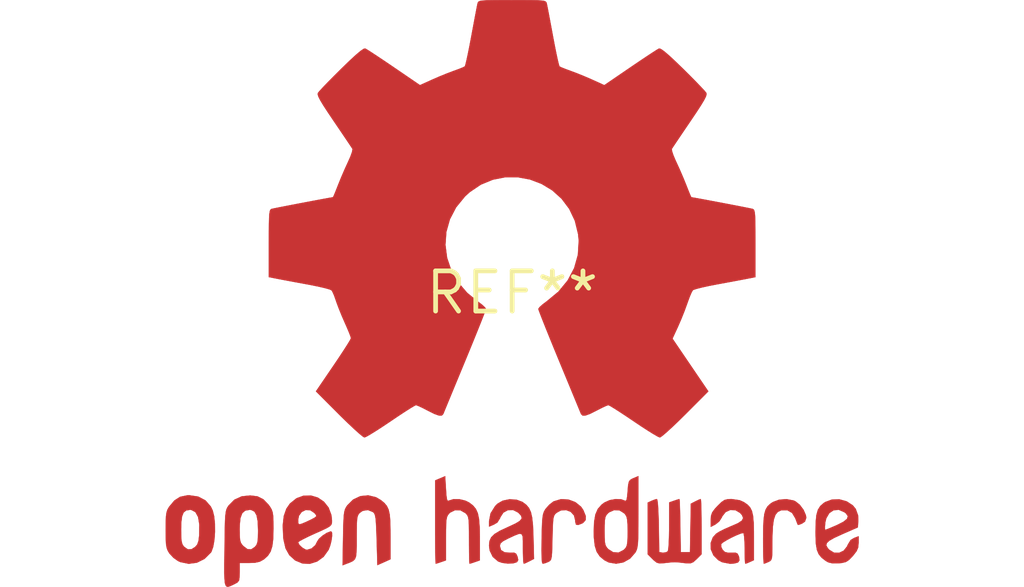
<source format=kicad_pcb>
(kicad_pcb (version 20240108) (generator pcbnew)
  (layers (0 "F.Cu" signal) (31 "B.Cu" signal) (34 "B.Paste" user) (35 "F.Paste" user) (36 "B.SilkS" user "B.Silkscreen") (37 "F.SilkS" user "F.Silkscreen") (38 "B.Mask" user) (39 "F.Mask" user) (44 "Edge.Cuts" user))
  (net 0 "")
  (footprint "OSHW-Logo2_24.3x20mm_Copper" (layer "F.Cu") (at 0 0)
    (property "Reference" "REF**")
    (property "Value" "OSHW-Logo2_24.3x20mm_Copper")
    (fp_poly (pts (xy 8.892816 6.566697) (xy 8.950976 6.592116) (xy 9.089795 6.702059) (xy 9.208505 6.86103) (xy 9.281921 7.030677) (xy 9.29387 7.114313) (xy 9.253809 7.231078) (xy 9.165935 7.292862) (xy 9.071718 7.330273) (xy 9.028577 7.337167) (xy 9.007571 7.287138) (xy 8.96609 7.178269) (xy 8.947892 7.129076) (xy 8.845848 6.958913) (xy 8.698103 6.874038) (xy 8.508655 6.876648) (xy 8.494623 6.879991) (xy 8.393481 6.927945) (xy 8.319124 7.021432) (xy 8.268338 7.171939) (xy 8.237908 7.390951) (xy 8.224618 7.689956) (xy 8.223372 7.849056) (xy 8.222754 8.099855) (xy 8.218705 8.270825) (xy 8.207933 8.379454) (xy 8.187147 8.44323) (xy 8.153055 8.479643) (xy 8.102365 8.506179) (xy 8.099435 8.507515) (xy 8.001818 8.548787) (xy 7.953458 8.563985) (xy 7.946027 8.518037) (xy 7.939666 8.391034) (xy 7.934832 8.199235) (xy 7.931985 7.958902) (xy 7.931418 7.783024) (xy 7.934313 7.442688) (xy 7.945637 7.184495) (xy 7.969346 6.993374) (xy 8.009397 6.854253) (xy 8.069747 6.75206) (xy 8.154353 6.671724) (xy 8.237899 6.615655) (xy 8.438791 6.541032) (xy 8.672596 6.524202) (xy 8.892816 6.566697)) (layer "F.Cu") (stroke (width 0.01)) (fill solid))
    (fp_poly (pts (xy -4.304284 6.462865) (xy -4.148128 6.55319) (xy -4.039559 6.642845) (xy -3.960155 6.736776) (xy -3.905454 6.851646) (xy -3.87099 7.004114) (xy -3.852299 7.210844) (xy -3.844919 7.488496) (xy -3.844061 7.688086) (xy -3.844061 8.422766) (xy -4.050862 8.515472) (xy -4.257662 8.608179) (xy -4.281992 7.803492) (xy -4.292045 7.502966) (xy -4.302591 7.284835) (xy -4.315657 7.134186) (xy -4.333271 7.036107) (xy -4.357461 6.975688) (xy -4.390254 6.938016) (xy -4.400775 6.929862) (xy -4.560187 6.866178) (xy -4.721321 6.891378) (xy -4.817241 6.958238) (xy -4.856259 7.005616) (xy -4.883267 7.067787) (xy -4.900432 7.162039) (xy -4.909918 7.305657) (xy -4.913893 7.515931) (xy -4.914559 7.73507) (xy -4.91469 8.009999) (xy -4.919397 8.204602) (xy -4.935154 8.335851) (xy -4.968433 8.420718) (xy -5.025707 8.476177) (xy -5.113447 8.519201) (xy -5.230638 8.563907) (xy -5.358632 8.612571) (xy -5.343396 7.74891) (xy -5.337261 7.437565) (xy -5.330082 7.207483) (xy -5.319795 7.042614) (xy -5.30433 6.926909) (xy -5.281621 6.844316) (xy -5.249601 6.778788) (xy -5.210997 6.720974) (xy -5.024747 6.536283) (xy -4.797479 6.429481) (xy -4.550291 6.403898) (xy -4.304284 6.462865)) (layer "F.Cu") (stroke (width 0.01)) (fill solid))
    (fp_poly (pts (xy 1.776572 6.536534) (xy 1.997609 6.618099) (xy 2.176683 6.762366) (xy 2.24672 6.86392) (xy 2.323071 7.050268) (xy 2.321485 7.18501) (xy 2.241347 7.275631) (xy 2.211696 7.29104) (xy 2.083674 7.339084) (xy 2.018294 7.326776) (xy 1.996148 7.246098) (xy 1.99502 7.201533) (xy 1.954477 7.037581) (xy 1.848802 6.922891) (xy 1.701924 6.867497) (xy 1.537773 6.881435) (xy 1.404337 6.953827) (xy 1.359269 6.99512) (xy 1.327323 7.045216) (xy 1.305744 7.120942) (xy 1.291773 7.239128) (xy 1.282655 7.4166) (xy 1.275631 7.670186) (xy 1.273812 7.750479) (xy 1.267178 8.025158) (xy 1.259636 8.218481) (xy 1.248325 8.346388) (xy 1.230385 8.424822) (xy 1.202955 8.469725) (xy 1.163177 8.497038) (xy 1.13771 8.509105) (xy 1.029556 8.550367) (xy 0.96589 8.563985) (xy 0.944854 8.518505) (xy 0.932013 8.381006) (xy 0.9273 8.149902) (xy 0.930644 7.823604) (xy 0.931686 7.773276) (xy 0.939035 7.475581) (xy 0.947726 7.258205) (xy 0.960092 7.104153) (xy 0.97847 6.99643) (xy 1.005195 6.918042) (xy 1.042602 6.851994) (xy 1.06217 6.823691) (xy 1.174366 6.698467) (xy 1.29985 6.601063) (xy 1.315213 6.592561) (xy 1.540223 6.525433) (xy 1.776572 6.536534)) (layer "F.Cu") (stroke (width 0.01)) (fill solid))
    (fp_poly (pts (xy -2.092337 6.206429) (xy -2.078077 6.405313) (xy -2.061698 6.522511) (xy -2.039002 6.573632) (xy -2.005788 6.574286) (xy -1.995019 6.568183) (xy -1.851767 6.523997) (xy -1.665425 6.526577) (xy -1.475976 6.571999) (xy -1.357483 6.630759) (xy -1.235991 6.724631) (xy -1.147177 6.830865) (xy -1.086208 6.96585) (xy -1.04825 7.145976) (xy -1.028468 7.387633) (xy -1.02203 7.707211) (xy -1.021914 7.768516) (xy -1.021839 8.457147) (xy -1.175077 8.510566) (xy -1.283913 8.546908) (xy -1.343626 8.563828) (xy -1.345383 8.563985) (xy -1.351264 8.5181) (xy -1.356268 8.391539) (xy -1.360016 8.200941) (xy -1.362127 7.962948) (xy -1.362452 7.818252) (xy -1.363129 7.532955) (xy -1.366614 7.32848) (xy -1.375088 7.188334) (xy -1.390734 7.096023) (xy -1.415731 7.035053) (xy -1.452262 6.988931) (xy -1.475071 6.96672) (xy -1.631751 6.877214) (xy -1.802726 6.870511) (xy -1.95785 6.946208) (xy -1.986537 6.973539) (xy -2.028613 7.024929) (xy -2.057799 7.085886) (xy -2.076429 7.174025) (xy -2.086839 7.306961) (xy -2.091363 7.502309) (xy -2.092337 7.771652) (xy -2.092337 8.457147) (xy -2.245575 8.510566) (xy -2.354411 8.546908) (xy -2.414124 8.563828) (xy -2.415881 8.563985) (xy -2.420375 8.517414) (xy -2.424425 8.386051) (xy -2.42787 8.182422) (xy -2.430547 7.919054) (xy -2.432294 7.608471) (xy -2.432949 7.263201) (xy -2.43295 7.247843) (xy -2.43295 5.931701) (xy -2.116666 5.798289) (xy -2.092337 6.206429)) (layer "F.Cu") (stroke (width 0.01)) (fill solid))
    (fp_poly (pts (xy 5.966873 6.5664) (xy 5.974299 6.694422) (xy 5.980118 6.888985) (xy 5.983859 7.134702) (xy 5.985058 7.392426) (xy 5.985058 8.264545) (xy 5.831075 8.418528) (xy 5.724963 8.513412) (xy 5.631816 8.551845) (xy 5.504504 8.549413) (xy 5.453968 8.543223) (xy 5.296017 8.52521) (xy 5.165371 8.514888) (xy 5.133525 8.513935) (xy 5.026166 8.520171) (xy 4.872619 8.535824) (xy 4.813083 8.543223) (xy 4.666857 8.554668) (xy 4.568589 8.529808) (xy 4.47115 8.453058) (xy 4.435976 8.418528) (xy 4.281993 8.264545) (xy 4.281993 6.633246) (xy 4.40593 6.576776) (xy 4.51265 6.53495) (xy 4.575087 6.520307) (xy 4.591096 6.566583) (xy 4.606058 6.695884) (xy 4.618978 6.893914) (xy 4.628857 7.14638) (xy 4.633622 7.359675) (xy 4.646935 8.199042) (xy 4.76308 8.215464) (xy 4.868716 8.203982) (xy 4.920477 8.166805) (xy 4.934945 8.097298) (xy 4.947298 7.94924) (xy 4.956552 7.741391) (xy 4.961728 7.492512) (xy 4.962474 7.364435) (xy 4.963219 6.627145) (xy 5.116457 6.573726) (xy 5.224916 6.537406) (xy 5.283913 6.520468) (xy 5.285614 6.520307) (xy 5.291533 6.566349) (xy 5.298039 6.694018) (xy 5.304586 6.887632) (xy 5.310627 7.131507) (xy 5.314848 7.359675) (xy 5.328161 8.199042) (xy 5.620115 8.199042) (xy 5.633513 7.433275) (xy 5.64691 6.667508) (xy 5.789238 6.593908) (xy 5.894322 6.543366) (xy 5.956517 6.520431) (xy 5.958312 6.520307) (xy 5.966873 6.5664)) (layer "F.Cu") (stroke (width 0.01)) (fill solid))
    (fp_poly (pts (xy -9.919632 6.443358) (xy -9.691564 6.56328) (xy -9.523248 6.756278) (xy -9.463459 6.880355) (xy -9.416934 7.066653) (xy -9.393118 7.302045) (xy -9.39086 7.558952) (xy -9.409008 7.809799) (xy -9.446411 8.027009) (xy -9.501916 8.183005) (xy -9.518975 8.209871) (xy -9.72103 8.410415) (xy -9.961022 8.530529) (xy -10.221434 8.56568) (xy -10.484753 8.511337) (xy -10.558033 8.478756) (xy -10.700739 8.378353) (xy -10.825986 8.245225) (xy -10.837823 8.228341) (xy -10.885935 8.146969) (xy -10.917738 8.059984) (xy -10.936526 7.945475) (xy -10.945592 7.78153) (xy -10.948229 7.54624) (xy -10.948275 7.493487) (xy -10.948154 7.476699) (xy -10.461685 7.476699) (xy -10.458854 7.698761) (xy -10.447712 7.846123) (xy -10.424291 7.941308) (xy -10.384619 8.006837) (xy -10.364367 8.028736) (xy -10.24794 8.111953) (xy -10.134902 8.108158) (xy -10.020609 8.035973) (xy -9.952441 7.958911) (xy -9.91207 7.846429) (xy -9.889398 7.669055) (xy -9.887843 7.648367) (xy -9.883973 7.326911) (xy -9.924417 7.088167) (xy -10.008626 6.9336) (xy -10.136053 6.864678) (xy -10.18154 6.86092) (xy -10.300981 6.879821) (xy -10.382683 6.945306) (xy -10.432637 7.070544) (xy -10.456834 7.268704) (xy -10.461685 7.476699) (xy -10.948154 7.476699) (xy -10.946463 7.242765) (xy -10.938853 7.067582) (xy -10.922186 6.946191) (xy -10.893201 6.856847) (xy -10.84864 6.777803) (xy -10.838793 6.763107) (xy -10.67328 6.565011) (xy -10.49293 6.450014) (xy -10.273365 6.404365) (xy -10.198805 6.402135) (xy -9.919632 6.443358)) (layer "F.Cu") (stroke (width 0.01)) (fill solid))
    (fp_poly (pts (xy 10.572399 6.594233) (xy 10.764917 6.720057) (xy 10.857774 6.832696) (xy 10.93134 7.037092) (xy 10.937183 7.19883) (xy 10.923947 7.415094) (xy 10.425192 7.633398) (xy 10.182685 7.74493) (xy 10.024229 7.83465) (xy 9.941836 7.912361) (xy 9.927518 7.987867) (xy 9.973287 8.070971) (xy 10.023755 8.126054) (xy 10.170605 8.214389) (xy 10.330328 8.220579) (xy 10.47702 8.151735) (xy 10.584781 8.014972) (xy 10.604055 7.96668) (xy 10.696376 7.815848) (xy 10.802588 7.751567) (xy 10.948276 7.696576) (xy 10.948276 7.905057) (xy 10.935396 8.046926) (xy 10.884943 8.166563) (xy 10.779197 8.303927) (xy 10.76348 8.321777) (xy 10.645855 8.443986) (xy 10.544746 8.50957) (xy 10.41825 8.539742) (xy 10.313384 8.549623) (xy 10.125811 8.552085) (xy 9.992284 8.520892) (xy 9.908983 8.474579) (xy 9.778063 8.372735) (xy 9.687439 8.262591) (xy 9.630087 8.124069) (xy 9.59898 7.93709) (xy 9.587094 7.681577) (xy 9.586145 7.551894) (xy 9.589371 7.396421) (xy 9.883166 7.396421) (xy 9.886573 7.479827) (xy 9.895066 7.493487) (xy 9.95111 7.474931) (xy 10.071718 7.425822) (xy 10.232913 7.356002) (xy 10.266622 7.340995) (xy 10.470339 7.237404) (xy 10.582579 7.146359) (xy 10.607247 7.061081) (xy 10.548245 6.974794) (xy 10.499518 6.936667) (xy 10.323694 6.860417) (xy 10.159127 6.873014) (xy 10.021354 6.966086) (xy 9.925913 7.131256) (xy 9.895314 7.262357) (xy 9.883166 7.396421) (xy 9.589371 7.396421) (xy 9.592432 7.248919) (xy 9.615599 7.024756) (xy 9.66149 6.861526) (xy 9.735954 6.741352) (xy 9.844836 6.646355) (xy 9.892305 6.615655) (xy 10.107938 6.535703) (xy 10.344021 6.530672) (xy 10.572399 6.594233)) (layer "F.Cu") (stroke (width 0.01)) (fill solid))
    (fp_poly (pts (xy 3.989857 6.924093) (xy 3.989239 7.287769) (xy 3.986847 7.567532) (xy 3.981671 7.776784) (xy 3.972704 7.928926) (xy 3.958936 8.037359) (xy 3.939361 8.115485) (xy 3.912968 8.176707) (xy 3.892984 8.211652) (xy 3.727483 8.401157) (xy 3.517648 8.519942) (xy 3.285486 8.562564) (xy 3.053008 8.523583) (xy 2.914572 8.453532) (xy 2.769242 8.332353) (xy 2.670195 8.184354) (xy 2.610435 7.990534) (xy 2.582969 7.731892) (xy 2.579079 7.542146) (xy 2.579603 7.52851) (xy 2.919541 7.52851) (xy 2.921617 7.746096) (xy 2.93113 7.890134) (xy 2.953008 7.984364) (xy 2.992176 8.052523) (xy 3.038976 8.103936) (xy 3.196146 8.203175) (xy 3.3649 8.211653) (xy 3.524393 8.128799) (xy 3.536807 8.117572) (xy 3.589791 8.059171) (xy 3.623014 7.989686) (xy 3.641 7.88627) (xy 3.648275 7.726073) (xy 3.649426 7.548965) (xy 3.646932 7.326467) (xy 3.636608 7.178037) (xy 3.614191 7.080489) (xy 3.575418 7.010637) (xy 3.543626 6.973539) (xy 3.395939 6.879975) (xy 3.225846 6.868725) (xy 3.063492 6.94019) (xy 3.03216 6.96672) (xy 2.978822 7.025636) (xy 2.945531 7.095837) (xy 2.927656 7.200418) (xy 2.920566 7.362479) (xy 2.919541 7.52851) (xy 2.579603 7.52851) (xy 2.59084 7.236579) (xy 2.630787 7.006993) (xy 2.705913 6.834387) (xy 2.823214 6.69976) (xy 2.914572 6.630759) (xy 3.080627 6.556214) (xy 3.273092 6.521613) (xy 3.451999 6.530875) (xy 3.552108 6.568238) (xy 3.591393 6.578872) (xy 3.617461 6.539225) (xy 3.635658 6.432981) (xy 3.649426 6.271145) (xy 3.664499 6.090902) (xy 3.685436 5.982458) (xy 3.723532 5.920446) (xy 3.790085 5.879499) (xy 3.831897 5.861366) (xy 3.990039 5.79512) (xy 3.989857 6.924093)) (layer "F.Cu") (stroke (width 0.01)) (fill solid))
    (fp_poly (pts (xy -6.140747 6.474461) (xy -5.948903 6.603519) (xy -5.800648 6.789915) (xy -5.712084 7.027109) (xy -5.694172 7.201691) (xy -5.696206 7.274544) (xy -5.71324 7.330324) (xy -5.760064 7.380298) (xy -5.851473 7.435733) (xy -6.002258 7.507896) (xy -6.227213 7.608055) (xy -6.228352 7.608558) (xy -6.435415 7.703396) (xy -6.605212 7.787609) (xy -6.720388 7.852133) (xy -6.76359 7.8879) (xy -6.763601 7.888188) (xy -6.725525 7.966074) (xy -6.636484 8.051924) (xy -6.534263 8.113769) (xy -6.482474 8.126054) (xy -6.341184 8.083564) (xy -6.219512 7.977152) (xy -6.160145 7.860156) (xy -6.103033 7.773905) (xy -5.991161 7.675681) (xy -5.859654 7.590827) (xy -5.743632 7.544681) (xy -5.719371 7.542146) (xy -5.692062 7.583868) (xy -5.690416 7.690519) (xy -5.710486 7.834321) (xy -5.748322 7.987501) (xy -5.799977 8.122283) (xy -5.802586 8.127516) (xy -5.958031 8.344557) (xy -6.159493 8.492185) (xy -6.388288 8.564644) (xy -6.625733 8.556177) (xy -6.853146 8.461027) (xy -6.863257 8.454337) (xy -7.04215 8.292211) (xy -7.15978 8.080682) (xy -7.224877 7.802543) (xy -7.233613 7.724398) (xy -7.249086 7.355549) (xy -7.230537 7.183541) (xy -6.763601 7.183541) (xy -6.757534 7.290838) (xy -6.724351 7.322152) (xy -6.641623 7.298725) (xy -6.511221 7.243348) (xy -6.365457 7.173932) (xy -6.361834 7.172094) (xy -6.238283 7.107108) (xy -6.188697 7.06374) (xy -6.200925 7.018275) (xy -6.252412 6.958536) (xy -6.383399 6.872085) (xy -6.524462 6.865733) (xy -6.650995 6.928649) (xy -6.738392 7.050003) (xy -6.763601 7.183541) (xy -7.230537 7.183541) (xy -7.21726 7.060435) (xy -7.135609 6.826382) (xy -7.021939 6.662413) (xy -6.816775 6.496716) (xy -6.590786 6.414519) (xy -6.360075 6.409281) (xy -6.140747 6.474461)) (layer "F.Cu") (stroke (width 0.01)) (fill solid))
    (fp_poly (pts (xy 0.133241 6.540601) (xy 0.323905 6.611403) (xy 0.326086 6.612764) (xy 0.444006 6.69955) (xy 0.53106 6.800973) (xy 0.592286 6.933145) (xy 0.632723 7.112182) (xy 0.657409 7.354195) (xy 0.671382 7.675299) (xy 0.672607 7.721048) (xy 0.6902 8.410869) (xy 0.542152 8.487427) (xy 0.43503 8.539163) (xy 0.370351 8.563678) (xy 0.367359 8.563985) (xy 0.356166 8.518751) (xy 0.347275 8.396736) (xy 0.341806 8.218468) (xy 0.340613 8.074116) (xy 0.340586 7.840271) (xy 0.329896 7.693419) (xy 0.292633 7.623376) (xy 0.212888 7.619958) (xy 0.074749 7.672983) (xy -0.133812 7.770454) (xy -0.287171 7.851409) (xy -0.366048 7.921644) (xy -0.389236 7.998194) (xy -0.389272 8.001982) (xy -0.351007 8.133852) (xy -0.237717 8.205091) (xy -0.064336 8.21541) (xy 0.06055 8.21362) (xy 0.126399 8.249589) (xy 0.167464 8.335985) (xy 0.191099 8.446054) (xy 0.157039 8.508508) (xy 0.144214 8.517446) (xy 0.023472 8.553343) (xy -0.145612 8.558426) (xy -0.319739 8.534631) (xy -0.443124 8.491147) (xy -0.613713 8.346309) (xy -0.710681 8.144694) (xy -0.729885 7.98718) (xy -0.71523 7.845104) (xy -0.662199 7.729127) (xy -0.557194 7.626121) (xy -0.386614 7.522954) (xy -0.136862 7.406496) (xy -0.121647 7.399914) (xy 0.103329 7.295981) (xy 0.242157 7.210743) (xy 0.301662 7.134147) (xy 0.288672 7.056139) (xy 0.210012 6.966664) (xy 0.18649 6.946073) (xy 0.028933 6.866236) (xy -0.134323 6.869597) (xy -0.276505 6.947874) (xy -0.37084 7.092781) (xy -0.379605 7.121224) (xy -0.464962 7.259174) (xy -0.573271 7.32562) (xy -0.729885 7.391471) (xy -0.729885 7.221097) (xy -0.682244 6.973454) (xy -0.540841 6.746307) (xy -0.467258 6.670318) (xy -0.299991 6.57279) (xy -0.087274 6.52864) (xy 0.133241 6.540601)) (layer "F.Cu") (stroke (width 0.01)) (fill solid))
    (fp_poly (pts (xy -8.046834 6.436506) (xy -7.860916 6.529204) (xy -7.69682 6.699885) (xy -7.651628 6.763107) (xy -7.602396 6.845834) (xy -7.570453 6.935687) (xy -7.552178 7.055608) (xy -7.543952 7.228537) (xy -7.542145 7.456835) (xy -7.550303 7.769693) (xy -7.578659 8.004598) (xy -7.633038 8.179847) (xy -7.719263 8.313738) (xy -7.843159 8.424569) (xy -7.852263 8.431131) (xy -7.974366 8.498256) (xy -8.1214 8.531467) (xy -8.308396 8.539655) (xy -8.612387 8.539655) (xy -8.612515 8.834762) (xy -8.615344 8.999117) (xy -8.632582 9.095523) (xy -8.67763 9.153343) (xy -8.763886 9.201941) (xy -8.784601 9.211869) (xy -8.881538 9.258398) (xy -8.956593 9.287786) (xy -9.012402 9.290324) (xy -9.051603 9.256302) (xy -9.076832 9.176012) (xy -9.090728 9.039743) (xy -9.095927 8.837787) (xy -9.095066 8.560434) (xy -9.090784 8.197976) (xy -9.089447 8.08956) (xy -9.084629 7.715837) (xy -9.080313 7.471369) (xy -8.612643 7.471369) (xy -8.610015 7.678877) (xy -8.598333 7.814645) (xy -8.571903 7.904192) (xy -8.525031 7.973039) (xy -8.493207 8.006618) (xy -8.363108 8.104869) (xy -8.247921 8.112866) (xy -8.129066 8.03173) (xy -8.126053 8.028736) (xy -8.077695 7.96603) (xy -8.048278 7.880808) (xy -8.03344 7.749564) (xy -8.028819 7.548793) (xy -8.028735 7.504314) (xy -8.039902 7.227639) (xy -8.076253 7.035842) (xy -8.142059 6.918757) (xy -8.241593 6.866215) (xy -8.299119 6.86092) (xy -8.435649 6.885767) (xy -8.529298 6.967581) (xy -8.58567 7.11727) (xy -8.610367 7.345743) (xy -8.612643 7.471369) (xy -9.080313 7.471369) (xy -9.079522 7.426587) (xy -9.072922 7.20897) (xy -9.063623 7.050146) (xy -9.050423 6.937274) (xy -9.032115 6.857513) (xy -9.007497 6.798023) (xy -8.975363 6.745963) (xy -8.961585 6.726373) (xy -8.778812 6.541328) (xy -8.547724 6.436412) (xy -8.28041 6.407163) (xy -8.046834 6.436506)) (layer "F.Cu") (stroke (width 0.01)) (fill solid))
    (fp_poly (pts (xy 7.190678 6.558594) (xy 7.330782 6.622323) (xy 7.44075 6.699543) (xy 7.521324 6.785887) (xy 7.576954 6.897272) (xy 7.612089 7.049616) (xy 7.631179 7.258835) (xy 7.638672 7.540846) (xy 7.639464 7.726555) (xy 7.639464 8.451046) (xy 7.515527 8.507515) (xy 7.41791 8.548787) (xy 7.36955 8.563985) (xy 7.360298 8.518762) (xy 7.352958 8.396824) (xy 7.348464 8.218772) (xy 7.34751 8.077395) (xy 7.34341 7.873146) (xy 7.332354 7.711113) (xy 7.316211 7.611891) (xy 7.303387 7.590805) (xy 7.217186 7.612338) (xy 7.081862 7.667566) (xy 6.92517 7.742436) (xy 6.774863 7.822892) (xy 6.658693 7.89488) (xy 6.604413 7.944346) (xy 6.604198 7.944881) (xy 6.608867 8.036428) (xy 6.650732 8.12382) (xy 6.724235 8.194802) (xy 6.831516 8.218543) (xy 6.923202 8.215777) (xy 7.053058 8.213741) (xy 7.121221 8.244164) (xy 7.162159 8.324543) (xy 7.167321 8.3397) (xy 7.185067 8.454331) (xy 7.137609 8.523934) (xy 7.013907 8.557105) (xy 6.880281 8.56324) (xy 6.639817 8.517763) (xy 6.515338 8.452817) (xy 6.361605 8.300246) (xy 6.280073 8.112971) (xy 6.272756 7.915085) (xy 6.341669 7.730685) (xy 6.445328 7.615134) (xy 6.548823 7.550442) (xy 6.711492 7.468542) (xy 6.901054 7.385486) (xy 6.93265 7.372795) (xy 7.140869 7.280908) (xy 7.260898 7.199923) (xy 7.299501 7.119413) (xy 7.26344 7.02895) (xy 7.201533 6.958238) (xy 7.055213 6.87117) (xy 6.894217 6.86464) (xy 6.746573 6.931735) (xy 6.64031 7.065544) (xy 6.626362 7.100067) (xy 6.54516 7.227042) (xy 6.426608 7.321309) (xy 6.277012 7.398668) (xy 6.277012 7.179307) (xy 6.285817 7.04528) (xy 6.32357 6.939644) (xy 6.407279 6.826939) (xy 6.487636 6.740127) (xy 6.612591 6.617204) (xy 6.709677 6.551171) (xy 6.813954 6.524684) (xy 6.931989 6.520307) (xy 7.190678 6.558594)) (layer "F.Cu") (stroke (width 0.01)) (fill solid))
    (fp_poly (pts (xy 0.348357 -9.245003) (xy 0.611677 -9.243561) (xy 0.802246 -9.239658) (xy 0.932345 -9.232063) (xy 1.014257 -9.21955) (xy 1.060266 -9.200889) (xy 1.082653 -9.174852) (xy 1.093702 -9.140212) (xy 1.094776 -9.135728) (xy 1.111559 -9.054811) (xy 1.142625 -8.895158) (xy 1.184742 -8.673762) (xy 1.234679 -8.407615) (xy 1.289203 -8.11371) (xy 1.291107 -8.103388) (xy 1.345723 -7.815364) (xy 1.396822 -7.560885) (xy 1.441106 -7.355215) (xy 1.475279 -7.213615) (xy 1.496043 -7.15135) (xy 1.497033 -7.150247) (xy 1.558199 -7.119841) (xy 1.68431 -7.069172) (xy 1.848131 -7.009178) (xy 1.849043 -7.008858) (xy 2.055388 -6.931296) (xy 2.29866 -6.832493) (xy 2.527969 -6.733152) (xy 2.538822 -6.72824) (xy 2.912317 -6.558724) (xy 3.739365 -7.123505) (xy 3.993077 -7.29568) (xy 4.222902 -7.449605) (xy 4.415525 -7.576526) (xy 4.557632 -7.667691) (xy 4.635907 -7.714345) (xy 4.64334 -7.717805) (xy 4.700224 -7.7024) (xy 4.806469 -7.628073) (xy 4.966219 -7.491319) (xy 5.183616 -7.288632) (xy 5.405548 -7.072992) (xy 5.619491 -6.860497) (xy 5.810969 -6.66659) (xy 5.968455 -6.503246) (xy 6.080422 -6.382439) (xy 6.135343 -6.316145) (xy 6.137386 -6.312732) (xy 6.143458 -6.267239) (xy 6.120584 -6.192944) (xy 6.063115 -6.079814) (xy 5.965399 -5.917815) (xy 5.821784 -5.696914) (xy 5.630333 -5.41254) (xy 5.460423 -5.162241) (xy 5.308538 -4.93775) (xy 5.183455 -4.7521) (xy 5.093949 -4.618325) (xy 5.0488 -4.549458) (xy 5.045958 -4.544782) (xy 5.05147 -4.478799) (xy 5.093255 -4.350552) (xy 5.162997 -4.18428) (xy 5.187854 -4.131181) (xy 5.296311 -3.894623) (xy 5.41202 -3.626211) (xy 5.506015 -3.393965) (xy 5.573745 -3.221593) (xy 5.627543 -3.090597) (xy 5.658631 -3.022133) (xy 5.662496 -3.016858) (xy 5.719671 -3.00812) (xy 5.854448 -2.984177) (xy 6.048906 -2.948438) (xy 6.285125 -2.904311) (xy 6.545184 -2.855205) (xy 6.811163 -2.804528) (xy 7.065143 -2.755687) (xy 7.289201 -2.712091) (xy 7.46542 -2.677149) (xy 7.575877 -2.654268) (xy 7.60297 -2.647799) (xy 7.630956 -2.631833) (xy 7.652081 -2.595773) (xy 7.667297 -2.527448) (xy 7.677553 -2.414685) (xy 7.6838 -2.245314) (xy 7.686988 -2.007162) (xy 7.688067 -1.688058) (xy 7.688123 -1.557259) (xy 7.688123 -0.493489) (xy 7.432663 -0.443067) (xy 7.290537 -0.415727) (xy 7.07845 -0.375818) (xy 6.822193 -0.328155) (xy 6.547558 -0.277554) (xy 6.471648 -0.263656) (xy 6.218221 -0.214383) (xy 5.997447 -0.16593) (xy 5.827857 -0.122785) (xy 5.72798 -0.089437) (xy 5.711343 -0.079498) (xy 5.670489 -0.009109) (xy 5.611913 0.127283) (xy 5.546955 0.302805) (xy 5.534071 0.340613) (xy 5.448934 0.57503) (xy 5.343256 0.839524) (xy 5.23984 1.077041) (xy 5.23933 1.078144) (xy 5.067112 1.450733) (xy 5.633524 2.283893) (xy 6.199935 3.117053) (xy 5.472702 3.8455) (xy 5.252748 4.062302) (xy 5.052132 4.253414) (xy 4.882122 4.408636) (xy 4.753985 4.517764) (xy 4.678989 4.570595) (xy 4.668231 4.573947) (xy 4.605067 4.547549) (xy 4.47618 4.47416) (xy 4.295649 4.362484) (xy 4.077554 4.221224) (xy 3.841754 4.063027) (xy 3.602436 3.901664) (xy 3.389059 3.761252) (xy 3.215175 3.650431) (xy 3.094334 3.577838) (xy 3.040263 3.552108) (xy 2.974294 3.57388) (xy 2.849198 3.631251) (xy 2.69078 3.7123) (xy 2.673987 3.721309) (xy 2.460652 3.8283) (xy 2.314364 3.880772) (xy 2.22338 3.88133) (xy 2.175959 3.83258) (xy 2.175683 3.831897) (xy 2.15198 3.774164) (xy 2.095449 3.637115) (xy 2.010474 3.431357) (xy 1.901438 3.167498) (xy 1.772724 2.856144) (xy 1.628715 2.507904) (xy 1.489251 2.170744) (xy 1.33598 1.798666) (xy 1.195251 1.453987) (xy 1.071282 1.147271) (xy 0.968291 0.889085) (xy 0.890496 0.689994) (xy 0.842114 0.560565) (xy 0.827204 0.512261) (xy 0.864594 0.45685) (xy 0.962398 0.368538) (xy 1.092815 0.271174) (xy 1.464223 -0.036747) (xy 1.75453 -0.389696) (xy 1.960256 -0.780239) (xy 2.077923 -1.200943) (xy 2.104051 -1.644371) (xy 2.08506 -1.849042) (xy 1.981583 -2.273677) (xy 1.803373 -2.648664) (xy 1.561482 -2.970304) (xy 1.266963 -3.234899) (xy 0.930871 -3.43875) (xy 0.564258 -3.578158) (xy 0.178177 -3.649426) (xy -0.216319 -3.648855) (xy -0.608175 -3.572746) (xy -0.98634 -3.417401) (xy -1.33976 -3.179121) (xy -1.487273 -3.044361) (xy -1.770184 -2.698321) (xy -1.967168 -2.320174) (xy -2.079536 -1.920945) (xy -2.108599 -1.511655) (xy -2.055669 -1.103328) (xy -1.922057 -0.706987) (xy -1.709075 -0.333655) (xy -1.418034 0.005645) (xy -1.092814 0.271174) (xy -0.957348 0.372671) (xy -0.861651 0.460025) (xy -0.827203 0.512343) (xy -0.84524 0.569398) (xy -0.896538 0.705698) (xy -0.976876 0.910678) (xy -1.082036 1.173772) (xy -1.207796 1.484416) (xy -1.349937 1.832043) (xy -1.489635 2.170826) (xy -1.643759 2.543222) (xy -1.786518 2.888307) (xy -1.913529 3.195477) (xy -2.020411 3.454125) (xy -2.10278 3.653647) (xy -2.156253 3.783435) (xy -2.176067 3.831897) (xy -2.222876 3.881129) (xy -2.313417 3.880985) (xy -2.459342 3.828877) (xy -2.672302 3.722216) (xy -2.673986 3.721309) (xy -2.83433 3.638536) (xy -2.963948 3.578242) (xy -3.037037 3.552346) (xy -3.040263 3.552108) (xy -3.095284 3.578374) (xy -3.216757 3.651416) (xy -3.391129 3.762595) (xy -3.60485 3.903273) (xy -3.841753 4.063027) (xy -4.082945 4.224779) (xy -4.300326 4.36545) (xy -4.479816 4.476335) (xy -4.607336 4.54873) (xy -4.66823 4.573947) (xy -4.724303 4.540803) (xy -4.83704 4.448173) (xy -4.995177 4.306257) (xy -5.187449 4.125255) (xy -5.402591 3.915369) (xy -5.472952 3.845249) (xy -6.200434 3.116552) (xy -5.646705 2.3039) (xy -5.478423 2.054342) (xy -5.330729 1.830366) (xy -5.21191 1.644949) (xy -5.13025 1.511065) (xy -5.094036 1.44169) (xy -5.092975 1.436755) (xy -5.112067 1.371364) (xy -5.163418 1.239825) (xy -5.23814 1.064181) (xy -5.290588 0.946591) (xy -5.388654 0.721461) (xy -5.481007 0.494015) (xy -5.552606 0.301839) (xy -5.572056 0.243295) (xy -5.627314 0.086956) (xy -5.681331 -0.033842) (xy -5.711001 -0.079498) (xy -5.776476 -0.107439) (xy -5.919376 -0.147049) (xy -6.121161 -0.193838) (xy -6.363288 -0.243317) (xy -6.471647 -0.263656) (xy -6.746811 -0.314219) (xy -7.010746 -0.363178) (xy -7.237659 -0.405719) (xy -7.401761 -0.437025) (xy -7.432662 -0.443067) (xy -7.688122 -0.493489) (xy -7.688122 -1.557259) (xy -7.687548 -1.90705) (xy -7.685193 -2.1717) (xy -7.680107 -2.363378) (xy -7.671339 -2.494256) (xy -7.657938 -2.576507) (xy -7.638954 -2.622302) (xy -7.613438 -2.643812) (xy -7.602969 -2.647799) (xy -7.539826 -2.661944) (xy -7.400325 -2.690166) (xy -7.202389 -2.729057) (xy -6.963935 -2.775208) (xy -6.702886 -2.825212) (xy -6.437161 -2.875659) (xy -6.184681 -2.923142) (xy -5.963365 -2.964252) (xy -5.791134 -2.995581) (xy -5.685908 -3.013722) (xy -5.662495 -3.016858) (xy -5.641284 -3.058827) (xy -5.594332 -3.17063) (xy -5.530419 -3.331112) (xy -5.506014 -3.393965) (xy -5.40758 -3.636797) (xy -5.291666 -3.905082) (xy -5.187853 -4.131181) (xy -5.111465 -4.304065) (xy -5.060644 -4.446123) (xy -5.043679 -4.533122) (xy -5.046384 -4.544782) (xy -5.082239 -4.59983) (xy -5.164108 -4.722261) (xy -5.283205 -4.899038) (xy -5.430742 -5.117123) (xy -5.597931 -5.36348) (xy -5.63099 -5.412109) (xy -5.82498 -5.700227) (xy -5.967579 -5.919623) (xy -6.064473 -6.080398) (xy -6.121346 -6.192654) (xy -6.143884 -6.26649) (xy -6.137772 -6.31201) (xy -6.137616 -6.3123) (xy -6.089511 -6.37209) (xy -5.983111 -6.487681) (xy -5.829948 -6.647091) (xy -5.641555 -6.838335) (xy -5.429465 -7.049432) (xy -5.405547 -7.072992) (xy -5.138262 -7.331828) (xy -4.931992 -7.521883) (xy -4.782592 -7.646663) (xy -4.68592 -7.709673) (xy -4.643339 -7.717805) (xy -4.581196 -7.682328) (xy -4.452237 -7.600377) (xy -4.269778 -7.480708) (xy -4.047133 -7.332074) (xy -3.797616 -7.163228) (xy -3.739364 -7.123505) (xy -2.912316 -6.558724) (xy -2.538821 -6.72824) (xy -2.311684 -6.827029) (xy -2.067872 -6.926383) (xy -1.858275 -7.005599) (xy -1.849042 -7.008858) (xy -1.685095 -7.068871) (xy -1.558715 -7.119618) (xy -1.497137 -7.150159) (xy -1.497032 -7.150247) (xy -1.477493 -7.205452) (xy -1.444279 -7.341221) (xy -1.400687 -7.542291) (xy -1.350016 -7.793401) (xy -1.295561 -8.079287) (xy -1.291106 -8.103388) (xy -1.236482 -8.397941) (xy -1.186336 -8.665316) (xy -1.143898 -8.88852) (xy -1.112402 -9.050561) (xy -1.095077 -9.134447) (xy -1.094775 -9.135728) (xy -1.084232 -9.171412) (xy -1.063731 -9.198354) (xy -1.020989 -9.217782) (xy -0.943724 -9.230925) (xy -0.819652 -9.239011) (xy -0.636491 -9.243268) (xy -0.381958 -9.244925) (xy -0.043769 -9.24521) (xy 0 -9.24521) (xy 0.348357 -9.245003)) (layer "F.Cu") (stroke (width 0.01)) (fill solid))
  )
)
</source>
